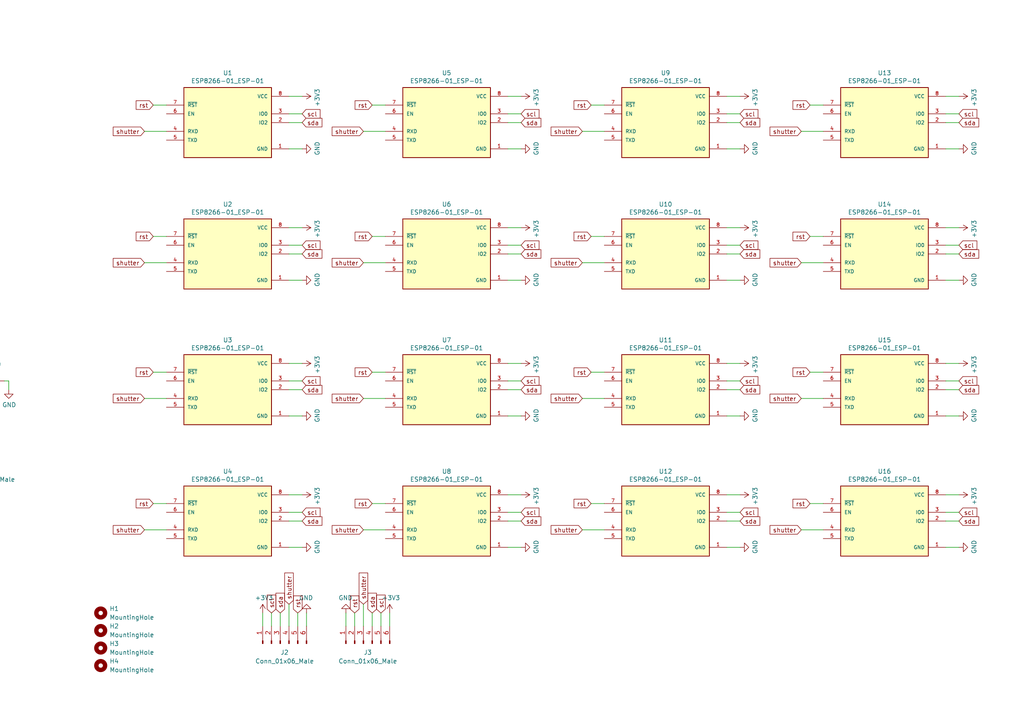
<source format=kicad_sch>
(kicad_sch (version 20211123) (generator eeschema)
  (paper "A4")
  (lib_symbols
    (symbol "Connector:Conn_01x02_Male" (pin_names (offset 1.016) hide)
      (property "Reference" "J" (at 0 2.54 0))
      (property "Value" "Conn_01x02_Male" (at 0 -5.08 0))
      (symbol "Conn_01x02_Male_1_1"
        (polyline (pts (xy 1.27 -2.54) (xy 0.8636 -2.54)) (stroke (width 0.1524)))
        (polyline (pts (xy 1.27 0) (xy 0.8636 0)) (stroke (width 0.1524)))
        (rectangle (start 0.8636 -2.413) (end 0 -2.667) (stroke (width 0.1524)) (fill (type outline)))
        (rectangle (start 0.8636 0.127) (end 0 -0.127) (stroke (width 0.1524)) (fill (type outline)))
        (pin passive line (at 5.08 0 180) (length 3.81) (name "Pin_1") (number "1"))
        (pin passive line (at 5.08 -2.54 180) (length 3.81) (name "Pin_2") (number "2"))
      )
    )
    (symbol "Connector:Conn_01x06_Male" (pin_names (offset 1.016) hide)
      (property "Reference" "J" (at 0 7.62 0))
      (property "Value" "Conn_01x06_Male" (at 0 -10.16 0))
      (symbol "Conn_01x06_Male_1_1"
        (polyline (pts (xy 1.27 -7.62) (xy 0.8636 -7.62)) (stroke (width 0.1524)))
        (polyline (pts (xy 1.27 -5.08) (xy 0.8636 -5.08)) (stroke (width 0.1524)))
        (polyline (pts (xy 1.27 -2.54) (xy 0.8636 -2.54)) (stroke (width 0.1524)))
        (polyline (pts (xy 1.27 0) (xy 0.8636 0)) (stroke (width 0.1524)))
        (polyline (pts (xy 1.27 2.54) (xy 0.8636 2.54)) (stroke (width 0.1524)))
        (polyline (pts (xy 1.27 5.08) (xy 0.8636 5.08)) (stroke (width 0.1524)))
        (rectangle (start 0.8636 -7.493) (end 0 -7.747) (stroke (width 0.1524)) (fill (type outline)))
        (rectangle (start 0.8636 -4.953) (end 0 -5.207) (stroke (width 0.1524)) (fill (type outline)))
        (rectangle (start 0.8636 -2.413) (end 0 -2.667) (stroke (width 0.1524)) (fill (type outline)))
        (rectangle (start 0.8636 0.127) (end 0 -0.127) (stroke (width 0.1524)) (fill (type outline)))
        (rectangle (start 0.8636 2.667) (end 0 2.413) (stroke (width 0.1524)) (fill (type outline)))
        (rectangle (start 0.8636 5.207) (end 0 4.953) (stroke (width 0.1524)) (fill (type outline)))
        (pin passive line (at 5.08 5.08 180) (length 3.81) (name "Pin_1") (number "1"))
        (pin passive line (at 5.08 2.54 180) (length 3.81) (name "Pin_2") (number "2"))
        (pin passive line (at 5.08 0 180) (length 3.81) (name "Pin_3") (number "3"))
        (pin passive line (at 5.08 -2.54 180) (length 3.81) (name "Pin_4") (number "4"))
        (pin passive line (at 5.08 -5.08 180) (length 3.81) (name "Pin_5") (number "5"))
        (pin passive line (at 5.08 -7.62 180) (length 3.81) (name "Pin_6") (number "6"))
      )
    )
    (symbol "Device:C" (pin_numbers hide) (pin_names (offset 0.254))
      (property "Reference" "C" (at 0.635 2.54 0))
      (property "Value" "C" (at 0.635 -2.54 0))
      (symbol "C_0_1"
        (polyline (pts (xy -2.032 -0.762) (xy 2.032 -0.762)) (stroke (width 0.508)))
        (polyline (pts (xy -2.032 0.762) (xy 2.032 0.762)) (stroke (width 0.508)))
      )
      (symbol "C_1_1"
        (pin passive line (at 0 3.81 270) (length 2.794) (name "~") (number "1"))
        (pin passive line (at 0 -3.81 90) (length 2.794) (name "~") (number "2"))
      )
    )
    (symbol "Device:R" (pin_numbers hide) (pin_names (offset 0))
      (property "Reference" "R" (at 2.032 0 90))
      (property "Value" "R" (at 0 0 90))
      (symbol "R_0_1"
        (rectangle (start -1.016 -2.54) (end 1.016 2.54) (stroke (width 0.254)))
      )
      (symbol "R_1_1"
        (pin passive line (at 0 3.81 270) (length 1.27) (name "~") (number "1"))
        (pin passive line (at 0 -3.81 90) (length 1.27) (name "~") (number "2"))
      )
    )
    (symbol "ESP8266-01:ESP8266-01_ESP-01" (pin_names (offset 1.016))
      (property "Reference" "U" (at -12.7 10.668 0))
      (property "Value" "ESP8266-01_ESP8266-01_ESP-01" (at -12.7254 -12.7254 0))
      (symbol "ESP8266-01_ESP-01_0_0"
        (rectangle (start -12.7 -10.16) (end 12.7 10.16) (stroke (width 0.254)) (fill (type background)))
        (pin power_in line (at 17.78 -7.62 180) (length 5.08) (name "GND") (number "1"))
        (pin bidirectional line (at 17.78 0 180) (length 5.08) (name "IO2") (number "2"))
        (pin bidirectional line (at 17.78 2.54 180) (length 5.08) (name "IO0") (number "3"))
        (pin input line (at -17.78 -2.54 0) (length 5.08) (name "RXD") (number "4"))
        (pin output line (at -17.78 -5.08 0) (length 5.08) (name "TXD") (number "5"))
        (pin input line (at -17.78 2.54 0) (length 5.08) (name "EN") (number "6"))
        (pin input line (at -17.78 5.08 0) (length 5.08) (name "~{RST}") (number "7"))
        (pin power_in line (at 17.78 7.62 180) (length 5.08) (name "VCC") (number "8"))
      )
    )
    (symbol "Mechanical:MountingHole" (pin_names (offset 1.016))
      (property "Reference" "H" (at 0 5.08 0))
      (property "Value" "MountingHole" (at 0 3.175 0))
      (symbol "MountingHole_0_1"
        (circle (center 0 0) (radius 1.27) (stroke (width 1.27)))
      )
    )
    (symbol "Switch:SW_Push" (pin_numbers hide) (pin_names (offset 1.016) hide)
      (property "Reference" "SW" (at 1.27 2.54 0))
      (property "Value" "SW_Push" (at 0 -1.524 0))
      (symbol "SW_Push_0_1"
        (circle (center -2.032 0) (radius 0.508))
        (polyline (pts (xy 0 1.27) (xy 0 3.048)))
        (polyline (pts (xy 2.54 1.27) (xy -2.54 1.27)))
        (circle (center 2.032 0) (radius 0.508))
        (pin passive line (at -5.08 0 0) (length 2.54) (name "1") (number "1"))
        (pin passive line (at 5.08 0 180) (length 2.54) (name "2") (number "2"))
      )
    )
    (symbol "power:+3.3V" (power) (pin_names (offset 0))
      (property "Value" "+3.3V" (at 0 3.556 0))
      (symbol "+3.3V_0_1"
        (polyline (pts (xy -0.762 1.27) (xy 0 2.54)))
        (polyline (pts (xy 0 0) (xy 0 2.54)))
        (polyline (pts (xy 0 2.54) (xy 0.762 1.27)))
      )
      (symbol "+3.3V_1_1"
        (pin power_in line (at 0 0 90) (length 0) hide (name "+3V3") (number "1"))
      )
    )
    (symbol "power:GND" (power) (pin_names (offset 0))
      (property "Value" "GND" (at 0 -3.81 0))
      (symbol "GND_0_1"
        (polyline (pts (xy 0 0) (xy 0 -1.27) (xy 1.27 -1.27) (xy 0 -2.54) (xy -1.27 -1.27) (xy 0 -1.27)))
      )
      (symbol "GND_1_1"
        (pin power_in line (at 0 0 270) (length 0) hide (name "GND") (number "1"))
      )
    )
  )
  (junction (at -12.7 110.49))
  (wire (pts (xy 168.91 76.2) (xy 175.26 76.2)))
  (wire (pts (xy 210.82 148.59) (xy 214.63 148.59)))
  (wire (pts (xy 87.63 43.18) (xy 83.82 43.18)))
  (wire (pts (xy 107.95 68.58) (xy 111.76 68.58)))
  (wire (pts (xy 76.2 177.8) (xy 76.2 181.61)))
  (wire (pts (xy 151.13 105.41) (xy 147.32 105.41)))
  (wire (pts (xy 87.63 143.51) (xy 83.82 143.51)))
  (wire (pts (xy 151.13 158.75) (xy 147.32 158.75)))
  (wire (pts (xy -13.97 73.66) (xy -13.97 77.47)))
  (wire (pts (xy 278.13 66.04) (xy 274.32 66.04)))
  (wire (pts (xy 151.13 143.51) (xy 147.32 143.51)))
  (wire (pts (xy 210.82 71.12) (xy 214.63 71.12)))
  (wire (pts (xy 87.63 27.94) (xy 83.82 27.94)))
  (wire (pts (xy 210.82 33.02) (xy 214.63 33.02)))
  (wire (pts (xy 78.74 181.61) (xy 78.74 177.8)))
  (wire (pts (xy 107.95 30.48) (xy 111.76 30.48)))
  (wire (pts (xy 147.32 148.59) (xy 151.13 148.59)))
  (wire (pts (xy -21.59 60.96) (xy -21.59 66.04)))
  (wire (pts (xy 214.63 81.28) (xy 210.82 81.28)))
  (wire (pts (xy 214.63 27.94) (xy 210.82 27.94)))
  (wire (pts (xy 102.87 177.8) (xy 102.87 181.61)))
  (wire (pts (xy 274.32 148.59) (xy 278.13 148.59)))
  (wire (pts (xy 151.13 151.13) (xy 147.32 151.13)))
  (wire (pts (xy 44.45 68.58) (xy 48.26 68.58)))
  (wire (pts (xy 41.91 153.67) (xy 48.26 153.67)))
  (wire (pts (xy 87.63 105.41) (xy 83.82 105.41)))
  (wire (pts (xy 214.63 73.66) (xy 210.82 73.66)))
  (wire (pts (xy 105.41 38.1) (xy 111.76 38.1)))
  (wire (pts (xy 210.82 110.49) (xy 214.63 110.49)))
  (wire (pts (xy 168.91 115.57) (xy 175.26 115.57)))
  (wire (pts (xy 41.91 115.57) (xy 48.26 115.57)))
  (wire (pts (xy 171.45 68.58) (xy 175.26 68.58)))
  (wire (pts (xy 107.95 146.05) (xy 111.76 146.05)))
  (wire (pts (xy 278.13 27.94) (xy 274.32 27.94)))
  (wire (pts (xy 44.45 30.48) (xy 48.26 30.48)))
  (wire (pts (xy 278.13 113.03) (xy 274.32 113.03)))
  (wire (pts (xy -11.43 39.37) (xy -11.43 35.56)))
  (wire (pts (xy -13.97 129.54) (xy -13.97 133.35)))
  (wire (pts (xy 107.95 107.95) (xy 111.76 107.95)))
  (wire (pts (xy 278.13 81.28) (xy 274.32 81.28)))
  (wire (pts (xy 105.41 175.26) (xy 105.41 181.61)))
  (wire (pts (xy 234.95 146.05) (xy 238.76 146.05)))
  (wire (pts (xy 110.49 181.61) (xy 110.49 177.8)))
  (wire (pts (xy 87.63 35.56) (xy 83.82 35.56)))
  (wire (pts (xy 214.63 105.41) (xy 210.82 105.41)))
  (wire (pts (xy 214.63 151.13) (xy 210.82 151.13)))
  (wire (pts (xy 147.32 71.12) (xy 151.13 71.12)))
  (wire (pts (xy 44.45 107.95) (xy 48.26 107.95)))
  (wire (pts (xy 151.13 27.94) (xy 147.32 27.94)))
  (wire (pts (xy 232.41 153.67) (xy 238.76 153.67)))
  (wire (pts (xy 83.82 33.02) (xy 87.63 33.02)))
  (wire (pts (xy 105.41 76.2) (xy 111.76 76.2)))
  (wire (pts (xy 214.63 143.51) (xy 210.82 143.51)))
  (wire (pts (xy -6.35 60.96) (xy -6.35 66.04)))
  (wire (pts (xy 278.13 151.13) (xy 274.32 151.13)))
  (wire (pts (xy -6.35 73.66) (xy -6.35 77.47)))
  (wire (pts (xy 171.45 107.95) (xy 175.26 107.95)))
  (wire (pts (xy 87.63 120.65) (xy 83.82 120.65)))
  (wire (pts (xy 214.63 43.18) (xy 210.82 43.18)))
  (wire (pts (xy 168.91 38.1) (xy 175.26 38.1)))
  (wire (pts (xy 83.82 148.59) (xy 87.63 148.59)))
  (wire (pts (xy -12.7 110.49) (xy -8.89 110.49)))
  (wire (pts (xy 151.13 120.65) (xy 147.32 120.65)))
  (wire (pts (xy 278.13 43.18) (xy 274.32 43.18)))
  (wire (pts (xy 87.63 81.28) (xy 83.82 81.28)))
  (wire (pts (xy -11.43 24.13) (xy -11.43 27.94)))
  (wire (pts (xy 278.13 120.65) (xy 274.32 120.65)))
  (wire (pts (xy 278.13 158.75) (xy 274.32 158.75)))
  (wire (pts (xy 278.13 143.51) (xy 274.32 143.51)))
  (wire (pts (xy 83.82 71.12) (xy 87.63 71.12)))
  (wire (pts (xy 234.95 68.58) (xy 238.76 68.58)))
  (wire (pts (xy 147.32 110.49) (xy 151.13 110.49)))
  (wire (pts (xy 214.63 120.65) (xy 210.82 120.65)))
  (wire (pts (xy 2.54 110.49) (xy 1.27 110.49)))
  (wire (pts (xy 214.63 158.75) (xy 210.82 158.75)))
  (wire (pts (xy 151.13 66.04) (xy 147.32 66.04)))
  (wire (pts (xy 41.91 76.2) (xy 48.26 76.2)))
  (wire (pts (xy 232.41 115.57) (xy 238.76 115.57)))
  (wire (pts (xy 87.63 113.03) (xy 83.82 113.03)))
  (wire (pts (xy -21.59 77.47) (xy -21.59 73.66)))
  (wire (pts (xy 86.36 177.8) (xy 86.36 181.61)))
  (wire (pts (xy 274.32 71.12) (xy 278.13 71.12)))
  (wire (pts (xy 151.13 113.03) (xy 147.32 113.03)))
  (wire (pts (xy 81.28 177.8) (xy 81.28 181.61)))
  (wire (pts (xy 105.41 153.67) (xy 111.76 153.67)))
  (wire (pts (xy 107.95 177.8) (xy 107.95 181.61)))
  (wire (pts (xy -12.7 101.6) (xy -12.7 96.52)))
  (wire (pts (xy 151.13 43.18) (xy 147.32 43.18)))
  (wire (pts (xy 87.63 73.66) (xy 83.82 73.66)))
  (wire (pts (xy -12.7 113.03) (xy -12.7 110.49)))
  (wire (pts (xy 2.54 113.03) (xy 2.54 110.49)))
  (wire (pts (xy 41.91 38.1) (xy 48.26 38.1)))
  (wire (pts (xy 151.13 81.28) (xy 147.32 81.28)))
  (wire (pts (xy 87.63 66.04) (xy 83.82 66.04)))
  (wire (pts (xy -13.97 60.96) (xy -13.97 66.04)))
  (wire (pts (xy 105.41 115.57) (xy 111.76 115.57)))
  (wire (pts (xy 278.13 73.66) (xy 274.32 73.66)))
  (wire (pts (xy 83.82 110.49) (xy 87.63 110.49)))
  (wire (pts (xy 278.13 105.41) (xy 274.32 105.41)))
  (wire (pts (xy 232.41 76.2) (xy 238.76 76.2)))
  (wire (pts (xy 151.13 73.66) (xy 147.32 73.66)))
  (wire (pts (xy 168.91 153.67) (xy 175.26 153.67)))
  (wire (pts (xy 278.13 35.56) (xy 274.32 35.56)))
  (wire (pts (xy 113.03 177.8) (xy 113.03 181.61)))
  (wire (pts (xy 232.41 38.1) (xy 238.76 38.1)))
  (wire (pts (xy -12.7 110.49) (xy -12.7 109.22)))
  (wire (pts (xy 44.45 146.05) (xy 48.26 146.05)))
  (wire (pts (xy 87.63 151.13) (xy 83.82 151.13)))
  (wire (pts (xy 234.95 107.95) (xy 238.76 107.95)))
  (wire (pts (xy 171.45 146.05) (xy 175.26 146.05)))
  (wire (pts (xy 147.32 33.02) (xy 151.13 33.02)))
  (wire (pts (xy 151.13 35.56) (xy 147.32 35.56)))
  (wire (pts (xy 87.63 158.75) (xy 83.82 158.75)))
  (wire (pts (xy 214.63 35.56) (xy 210.82 35.56)))
  (wire (pts (xy 83.82 175.26) (xy 83.82 181.61)))
  (wire (pts (xy -16.51 129.54) (xy -16.51 133.35)))
  (wire (pts (xy 274.32 110.49) (xy 278.13 110.49)))
  (wire (pts (xy 274.32 33.02) (xy 278.13 33.02)))
  (wire (pts (xy 100.33 177.8) (xy 100.33 181.61)))
  (wire (pts (xy 234.95 30.48) (xy 238.76 30.48)))
  (wire (pts (xy 88.9 177.8) (xy 88.9 181.61)))
  (wire (pts (xy 214.63 66.04) (xy 210.82 66.04)))
  (wire (pts (xy 214.63 113.03) (xy 210.82 113.03)))
  (wire (pts (xy 171.45 30.48) (xy 175.26 30.48)))
  (global_label "sda" (shape input) (at 214.63 73.66 0) (property "Intersheet References" "${INTERSHEET_REFS}" (effects hide)))
  (global_label "shutter" (shape input) (at 168.91 76.2 180) (property "Intersheet References" "${INTERSHEET_REFS}" (effects hide)))
  (global_label "shutter" (shape input) (at 105.41 153.67 180) (property "Intersheet References" "${INTERSHEET_REFS}" (effects hide)))
  (global_label "shutter" (shape input) (at 41.91 38.1 180) (property "Intersheet References" "${INTERSHEET_REFS}" (effects hide)))
  (global_label "shutter" (shape input) (at 41.91 115.57 180) (property "Intersheet References" "${INTERSHEET_REFS}" (effects hide)))
  (global_label "scl" (shape input) (at 214.63 110.49 0) (property "Intersheet References" "${INTERSHEET_REFS}" (effects hide)))
  (global_label "rst" (shape input) (at 44.45 107.95 180) (property "Intersheet References" "${INTERSHEET_REFS}" (effects hide)))
  (global_label "scl" (shape input) (at 214.63 71.12 0) (property "Intersheet References" "${INTERSHEET_REFS}" (effects hide)))
  (global_label "shutter" (shape input) (at 105.41 76.2 180) (property "Intersheet References" "${INTERSHEET_REFS}" (effects hide)))
  (global_label "shutter" (shape input) (at 168.91 153.67 180) (property "Intersheet References" "${INTERSHEET_REFS}" (effects hide)))
  (global_label "shutter" (shape input) (at 232.41 76.2 180) (property "Intersheet References" "${INTERSHEET_REFS}" (effects hide)))
  (global_label "sda" (shape input) (at 81.28 177.8 90) (property "Intersheet References" "${INTERSHEET_REFS}" (effects hide)))
  (global_label "sda" (shape input) (at 214.63 113.03 0) (property "Intersheet References" "${INTERSHEET_REFS}" (effects hide)))
  (global_label "sda" (shape input) (at 151.13 73.66 0) (property "Intersheet References" "${INTERSHEET_REFS}" (effects hide)))
  (global_label "rst" (shape input) (at 107.95 107.95 180) (property "Intersheet References" "${INTERSHEET_REFS}" (effects hide)))
  (global_label "rst" (shape input) (at 102.87 177.8 90) (property "Intersheet References" "${INTERSHEET_REFS}" (effects hide)))
  (global_label "scl" (shape input) (at 278.13 148.59 0) (property "Intersheet References" "${INTERSHEET_REFS}" (effects hide)))
  (global_label "sda" (shape input) (at 87.63 151.13 0) (property "Intersheet References" "${INTERSHEET_REFS}" (effects hide)))
  (global_label "rst" (shape input) (at 171.45 68.58 180) (property "Intersheet References" "${INTERSHEET_REFS}" (effects hide)))
  (global_label "rst" (shape input) (at 44.45 68.58 180) (property "Intersheet References" "${INTERSHEET_REFS}" (effects hide)))
  (global_label "shutter" (shape input) (at -6.35 77.47 270) (property "Intersheet References" "${INTERSHEET_REFS}" (effects hide)))
  (global_label "scl" (shape input) (at 78.74 177.8 90) (property "Intersheet References" "${INTERSHEET_REFS}" (effects hide)))
  (global_label "rst" (shape input) (at 234.95 30.48 180) (property "Intersheet References" "${INTERSHEET_REFS}" (effects hide)))
  (global_label "rst" (shape input) (at 107.95 30.48 180) (property "Intersheet References" "${INTERSHEET_REFS}" (effects hide)))
  (global_label "scl" (shape input) (at 87.63 148.59 0) (property "Intersheet References" "${INTERSHEET_REFS}" (effects hide)))
  (global_label "sda" (shape input) (at 87.63 73.66 0) (property "Intersheet References" "${INTERSHEET_REFS}" (effects hide)))
  (global_label "sda" (shape input) (at 151.13 113.03 0) (property "Intersheet References" "${INTERSHEET_REFS}" (effects hide)))
  (global_label "shutter" (shape input) (at 232.41 38.1 180) (property "Intersheet References" "${INTERSHEET_REFS}" (effects hide)))
  (global_label "rst" (shape input) (at 234.95 68.58 180) (property "Intersheet References" "${INTERSHEET_REFS}" (effects hide)))
  (global_label "rst" (shape input) (at -12.7 113.03 270) (property "Intersheet References" "${INTERSHEET_REFS}" (effects hide)))
  (global_label "sda" (shape input) (at 214.63 151.13 0) (property "Intersheet References" "${INTERSHEET_REFS}" (effects hide)))
  (global_label "sda" (shape input) (at -21.59 77.47 270) (property "Intersheet References" "${INTERSHEET_REFS}" (effects hide)))
  (global_label "rst" (shape input) (at 171.45 30.48 180) (property "Intersheet References" "${INTERSHEET_REFS}" (effects hide)))
  (global_label "scl" (shape input) (at 151.13 33.02 0) (property "Intersheet References" "${INTERSHEET_REFS}" (effects hide)))
  (global_label "rst" (shape input) (at 44.45 146.05 180) (property "Intersheet References" "${INTERSHEET_REFS}" (effects hide)))
  (global_label "sda" (shape input) (at 107.95 177.8 90) (property "Intersheet References" "${INTERSHEET_REFS}" (effects hide)))
  (global_label "scl" (shape input) (at 110.49 177.8 90) (property "Intersheet References" "${INTERSHEET_REFS}" (effects hide)))
  (global_label "scl" (shape input) (at 87.63 110.49 0) (property "Intersheet References" "${INTERSHEET_REFS}" (effects hide)))
  (global_label "shutter" (shape input) (at 105.41 115.57 180) (property "Intersheet References" "${INTERSHEET_REFS}" (effects hide)))
  (global_label "shutter" (shape input) (at 105.41 38.1 180) (property "Intersheet References" "${INTERSHEET_REFS}" (effects hide)))
  (global_label "sda" (shape input) (at 214.63 35.56 0) (property "Intersheet References" "${INTERSHEET_REFS}" (effects hide)))
  (global_label "shutter" (shape input) (at 168.91 115.57 180) (property "Intersheet References" "${INTERSHEET_REFS}" (effects hide)))
  (global_label "sda" (shape input) (at 151.13 151.13 0) (property "Intersheet References" "${INTERSHEET_REFS}" (effects hide)))
  (global_label "shutter" (shape input) (at 105.41 175.26 90) (property "Intersheet References" "${INTERSHEET_REFS}" (effects hide)))
  (global_label "shutter" (shape input) (at 41.91 76.2 180) (property "Intersheet References" "${INTERSHEET_REFS}" (effects hide)))
  (global_label "scl" (shape input) (at 87.63 33.02 0) (property "Intersheet References" "${INTERSHEET_REFS}" (effects hide)))
  (global_label "sda" (shape input) (at 87.63 35.56 0) (property "Intersheet References" "${INTERSHEET_REFS}" (effects hide)))
  (global_label "rst" (shape input) (at 171.45 107.95 180) (property "Intersheet References" "${INTERSHEET_REFS}" (effects hide)))
  (global_label "scl" (shape input) (at 151.13 110.49 0) (property "Intersheet References" "${INTERSHEET_REFS}" (effects hide)))
  (global_label "scl" (shape input) (at 278.13 71.12 0) (property "Intersheet References" "${INTERSHEET_REFS}" (effects hide)))
  (global_label "scl" (shape input) (at 278.13 110.49 0) (property "Intersheet References" "${INTERSHEET_REFS}" (effects hide)))
  (global_label "rst" (shape input) (at 234.95 107.95 180) (property "Intersheet References" "${INTERSHEET_REFS}" (effects hide)))
  (global_label "scl" (shape input) (at 214.63 148.59 0) (property "Intersheet References" "${INTERSHEET_REFS}" (effects hide)))
  (global_label "scl" (shape input) (at -13.97 77.47 270) (property "Intersheet References" "${INTERSHEET_REFS}" (effects hide)))
  (global_label "scl" (shape input) (at 214.63 33.02 0) (property "Intersheet References" "${INTERSHEET_REFS}" (effects hide)))
  (global_label "shutter" (shape input) (at 41.91 153.67 180) (property "Intersheet References" "${INTERSHEET_REFS}" (effects hide)))
  (global_label "shutter" (shape input) (at 168.91 38.1 180) (property "Intersheet References" "${INTERSHEET_REFS}" (effects hide)))
  (global_label "scl" (shape input) (at 87.63 71.12 0) (property "Intersheet References" "${INTERSHEET_REFS}" (effects hide)))
  (global_label "scl" (shape input) (at 151.13 148.59 0) (property "Intersheet References" "${INTERSHEET_REFS}" (effects hide)))
  (global_label "sda" (shape input) (at 278.13 35.56 0) (property "Intersheet References" "${INTERSHEET_REFS}" (effects hide)))
  (global_label "sda" (shape input) (at 278.13 151.13 0) (property "Intersheet References" "${INTERSHEET_REFS}" (effects hide)))
  (global_label "scl" (shape input) (at 151.13 71.12 0) (property "Intersheet References" "${INTERSHEET_REFS}" (effects hide)))
  (global_label "sda" (shape input) (at 278.13 73.66 0) (property "Intersheet References" "${INTERSHEET_REFS}" (effects hide)))
  (global_label "sda" (shape input) (at 151.13 35.56 0) (property "Intersheet References" "${INTERSHEET_REFS}" (effects hide)))
  (global_label "shutter" (shape input) (at 232.41 115.57 180) (property "Intersheet References" "${INTERSHEET_REFS}" (effects hide)))
  (global_label "rst" (shape input) (at 44.45 30.48 180) (property "Intersheet References" "${INTERSHEET_REFS}" (effects hide)))
  (global_label "shutter" (shape input) (at 232.41 153.67 180) (property "Intersheet References" "${INTERSHEET_REFS}" (effects hide)))
  (global_label "sda" (shape input) (at 278.13 113.03 0) (property "Intersheet References" "${INTERSHEET_REFS}" (effects hide)))
  (global_label "rst" (shape input) (at 107.95 146.05 180) (property "Intersheet References" "${INTERSHEET_REFS}" (effects hide)))
  (global_label "rst" (shape input) (at 171.45 146.05 180) (property "Intersheet References" "${INTERSHEET_REFS}" (effects hide)))
  (global_label "rst" (shape input) (at 107.95 68.58 180) (property "Intersheet References" "${INTERSHEET_REFS}" (effects hide)))
  (global_label "scl" (shape input) (at 278.13 33.02 0) (property "Intersheet References" "${INTERSHEET_REFS}" (effects hide)))
  (global_label "sda" (shape input) (at 87.63 113.03 0) (property "Intersheet References" "${INTERSHEET_REFS}" (effects hide)))
  (global_label "rst" (shape input) (at 234.95 146.05 180) (property "Intersheet References" "${INTERSHEET_REFS}" (effects hide)))
  (global_label "shutter" (shape input) (at 83.82 175.26 90) (property "Intersheet References" "${INTERSHEET_REFS}" (effects hide)))
  (global_label "rst" (shape input) (at 86.36 177.8 90) (property "Intersheet References" "${INTERSHEET_REFS}" (effects hide)))
  (symbol (lib_id "Device:C") (at -11.43 31.75 0) (unit 1)
    (property "Reference" "C4" (at -8.509 30.5816 0) (effects (justify left)))
    (property "Value" "100nF" (at -8.509 32.893 0) (effects (justify left)))
    (property "Footprint" "Capacitor_SMD:C_0805_2012Metric" (effects hide))
  )
  (symbol (lib_id "power:+3.3V") (at -11.43 24.13 0) (unit 1)
    (property "Reference" "#PWR0107" (effects hide))
    (property "Value" "+3.3V" (at -11.049 19.7358 0))
  )
  (symbol (lib_id "power:GND") (at -11.43 39.37 0) (unit 1)
    (property "Reference" "#PWR0108" (effects hide))
    (property "Value" "GND" (at -11.303 43.7642 0))
  )
  (symbol (lib_id "ESP8266-01:ESP8266-01_ESP-01") (at 66.04 35.56 0) (unit 1)
    (property "Reference" "U1" (at 66.04 21.1582 0))
    (property "Value" "ESP8266-01_ESP-01" (at 66.04 23.4696 0))
    (property "Footprint" "KiCad:XCVR_ESP8266-01_ESP-01" (effects hide))
    (property "MAXIMUM_PACKAGE_HEIGHT" "11.2 mm" (effects hide))
    (property "PARTREV" "V1.2" (effects hide))
    (property "STANDARD" "Manufacturer recommendations or IPC 7351B" (effects hide))
    (property "MANUFACTURER" "AI-Thinker" (effects hide))
  )
  (symbol (lib_id "power:GND") (at 87.63 43.18 90) (unit 1)
    (property "Reference" "#PWR0125" (effects hide))
    (property "Value" "GND" (at 92.0242 43.053 0))
  )
  (symbol (lib_id "power:+3.3V") (at 87.63 27.94 270) (unit 1)
    (property "Reference" "#PWR0132" (effects hide))
    (property "Value" "+3.3V" (at 92.0242 28.321 0))
  )
  (symbol (lib_id "Device:R") (at -12.7 105.41 180) (unit 1)
    (property "Reference" "R1" (at -14.478 106.5784 0) (effects (justify left)))
    (property "Value" "1k" (at -14.478 104.267 0) (effects (justify left)))
    (property "Footprint" "Resistor_THT:R_Axial_DIN0309_L9.0mm_D3.2mm_P12.70mm_Horizontal" (effects hide))
  )
  (symbol (lib_id "power:GND") (at 87.63 158.75 90) (unit 1)
    (property "Reference" "#PWR0126" (effects hide))
    (property "Value" "GND" (at 92.0242 158.623 0))
  )
  (symbol (lib_id "Device:R") (at -21.59 69.85 0) (unit 1)
    (property "Reference" "R2" (at -19.812 68.6816 0) (effects (justify left)))
    (property "Value" "4k7" (at -20.32 71.12 0) (effects (justify left)))
    (property "Footprint" "Resistor_THT:R_Axial_DIN0309_L9.0mm_D3.2mm_P12.70mm_Horizontal" (effects hide))
  )
  (symbol (lib_id "power:+3.3V") (at 151.13 105.41 270) (unit 1)
    (property "Reference" "#PWR0153" (effects hide))
    (property "Value" "+3.3V" (at 155.5242 105.791 0))
  )
  (symbol (lib_id "Connector:Conn_01x06_Male") (at 81.28 186.69 90) (unit 1)
    (property "Reference" "J2" (at 82.55 189.23 90))
    (property "Value" "Conn_01x06_Male" (at 82.55 191.77 90))
    (property "Footprint" "Connector_JST:JST_EH_B6B-EH-A_1x06_P2.50mm_Vertical" (effects hide))
  )
  (symbol (lib_id "power:+3.3V") (at 151.13 143.51 270) (unit 1)
    (property "Reference" "#PWR0150" (effects hide))
    (property "Value" "+3.3V" (at 155.5242 143.891 0))
  )
  (symbol (lib_id "power:+3.3V") (at 278.13 66.04 270) (unit 1)
    (property "Reference" "#PWR0163" (effects hide))
    (property "Value" "+3.3V" (at 282.5242 66.421 0))
  )
  (symbol (lib_id "power:GND") (at 278.13 158.75 90) (unit 1)
    (property "Reference" "#PWR0138" (effects hide))
    (property "Value" "GND" (at 282.5242 158.623 0))
  )
  (symbol (lib_id "ESP8266-01:ESP8266-01_ESP-01") (at 256.54 35.56 0) (unit 1)
    (property "Reference" "U13" (at 256.54 21.1582 0))
    (property "Value" "ESP8266-01_ESP-01" (at 256.54 23.4696 0))
    (property "Footprint" "KiCad:XCVR_ESP8266-01_ESP-01" (effects hide))
    (property "MAXIMUM_PACKAGE_HEIGHT" "11.2 mm" (effects hide))
    (property "PARTREV" "V1.2" (effects hide))
    (property "STANDARD" "Manufacturer recommendations or IPC 7351B" (effects hide))
    (property "MANUFACTURER" "AI-Thinker" (effects hide))
  )
  (symbol (lib_id "power:GND") (at 151.13 81.28 90) (unit 1)
    (property "Reference" "#PWR0159" (effects hide))
    (property "Value" "GND" (at 155.5242 81.153 0))
  )
  (symbol (lib_id "power:+3.3V") (at 214.63 105.41 270) (unit 1)
    (property "Reference" "#PWR0161" (effects hide))
    (property "Value" "+3.3V" (at 219.0242 105.791 0))
  )
  (symbol (lib_id "ESP8266-01:ESP8266-01_ESP-01") (at 193.04 151.13 0) (unit 1)
    (property "Reference" "U12" (at 193.04 136.7282 0))
    (property "Value" "ESP8266-01_ESP-01" (at 193.04 139.0396 0))
    (property "Footprint" "KiCad:XCVR_ESP8266-01_ESP-01" (effects hide))
    (property "MAXIMUM_PACKAGE_HEIGHT" "11.2 mm" (effects hide))
    (property "PARTREV" "V1.2" (effects hide))
    (property "STANDARD" "Manufacturer recommendations or IPC 7351B" (effects hide))
    (property "MANUFACTURER" "AI-Thinker" (effects hide))
  )
  (symbol (lib_id "power:GND") (at 214.63 81.28 90) (unit 1)
    (property "Reference" "#PWR0162" (effects hide))
    (property "Value" "GND" (at 219.0242 81.153 0))
  )
  (symbol (lib_id "power:+3.3V") (at -13.97 60.96 0) (unit 1)
    (property "Reference" "#PWR0110" (effects hide))
    (property "Value" "+3.3V" (at -13.589 56.5658 0))
  )
  (symbol (lib_id "power:GND") (at 151.13 158.75 90) (unit 1)
    (property "Reference" "#PWR0151" (effects hide))
    (property "Value" "GND" (at 155.5242 158.623 0))
  )
  (symbol (lib_id "power:GND") (at 278.13 43.18 90) (unit 1)
    (property "Reference" "#PWR0164" (effects hide))
    (property "Value" "GND" (at 282.5242 43.053 0))
  )
  (symbol (lib_id "ESP8266-01:ESP8266-01_ESP-01") (at 193.04 35.56 0) (unit 1)
    (property "Reference" "U9" (at 193.04 21.1582 0))
    (property "Value" "ESP8266-01_ESP-01" (at 193.04 23.4696 0))
    (property "Footprint" "KiCad:XCVR_ESP8266-01_ESP-01" (effects hide))
    (property "MAXIMUM_PACKAGE_HEIGHT" "11.2 mm" (effects hide))
    (property "PARTREV" "V1.2" (effects hide))
    (property "STANDARD" "Manufacturer recommendations or IPC 7351B" (effects hide))
    (property "MANUFACTURER" "AI-Thinker" (effects hide))
  )
  (symbol (lib_id "power:+3.3V") (at 87.63 105.41 270) (unit 1)
    (property "Reference" "#PWR0134" (effects hide))
    (property "Value" "+3.3V" (at 92.0242 105.791 0))
  )
  (symbol (lib_id "power:GND") (at 214.63 43.18 90) (unit 1)
    (property "Reference" "#PWR0143" (effects hide))
    (property "Value" "GND" (at 219.0242 43.053 0))
  )
  (symbol (lib_id "power:+3.3V") (at 87.63 66.04 270) (unit 1)
    (property "Reference" "#PWR0128" (effects hide))
    (property "Value" "+3.3V" (at 92.0242 66.421 0))
  )
  (symbol (lib_id "power:+3.3V") (at 151.13 27.94 270) (unit 1)
    (property "Reference" "#PWR0149" (effects hide))
    (property "Value" "+3.3V" (at 155.5242 28.321 0))
  )
  (symbol (lib_id "power:GND") (at 278.13 120.65 90) (unit 1)
    (property "Reference" "#PWR0142" (effects hide))
    (property "Value" "GND" (at 282.5242 120.523 0))
  )
  (symbol (lib_id "power:GND") (at 2.54 113.03 0) (unit 1)
    (property "Reference" "#PWR0113" (effects hide))
    (property "Value" "GND" (at 2.667 117.4242 0))
  )
  (symbol (lib_id "power:+3.3V") (at -12.7 96.52 0) (unit 1)
    (property "Reference" "#PWR0112" (effects hide))
    (property "Value" "+3.3V" (at -12.319 92.1258 0))
  )
  (symbol (lib_id "power:+3.3V") (at 151.13 66.04 270) (unit 1)
    (property "Reference" "#PWR0160" (effects hide))
    (property "Value" "+3.3V" (at 155.5242 66.421 0))
  )
  (symbol (lib_id "Device:R") (at -13.97 69.85 0) (unit 1)
    (property "Reference" "R3" (at -12.192 68.6816 0) (effects (justify left)))
    (property "Value" "4k7" (at -12.7 71.12 0) (effects (justify left)))
    (property "Footprint" "Resistor_THT:R_Axial_DIN0309_L9.0mm_D3.2mm_P12.70mm_Horizontal" (effects hide))
  )
  (symbol (lib_id "ESP8266-01:ESP8266-01_ESP-01") (at 66.04 151.13 0) (unit 1)
    (property "Reference" "U4" (at 66.04 136.7282 0))
    (property "Value" "ESP8266-01_ESP-01" (at 66.04 139.0396 0))
    (property "Footprint" "KiCad:XCVR_ESP8266-01_ESP-01" (effects hide))
    (property "MAXIMUM_PACKAGE_HEIGHT" "11.2 mm" (effects hide))
    (property "PARTREV" "V1.2" (effects hide))
    (property "STANDARD" "Manufacturer recommendations or IPC 7351B" (effects hide))
    (property "MANUFACTURER" "AI-Thinker" (effects hide))
  )
  (symbol (lib_id "power:+3.3V") (at 76.2 177.8 0) (unit 1)
    (property "Reference" "#PWR0130" (effects hide))
    (property "Value" "+3.3V" (at 76.581 173.4058 0))
  )
  (symbol (lib_id "power:GND") (at 151.13 120.65 90) (unit 1)
    (property "Reference" "#PWR0154" (effects hide))
    (property "Value" "GND" (at 155.5242 120.523 0))
  )
  (symbol (lib_id "ESP8266-01:ESP8266-01_ESP-01") (at 129.54 73.66 0) (unit 1)
    (property "Reference" "U6" (at 129.54 59.2582 0))
    (property "Value" "ESP8266-01_ESP-01" (at 129.54 61.5696 0))
    (property "Footprint" "KiCad:XCVR_ESP8266-01_ESP-01" (effects hide))
    (property "MAXIMUM_PACKAGE_HEIGHT" "11.2 mm" (effects hide))
    (property "PARTREV" "V1.2" (effects hide))
    (property "STANDARD" "Manufacturer recommendations or IPC 7351B" (effects hide))
    (property "MANUFACTURER" "AI-Thinker" (effects hide))
  )
  (symbol (lib_id "power:GND") (at 214.63 120.65 90) (unit 1)
    (property "Reference" "#PWR0157" (effects hide))
    (property "Value" "GND" (at 219.0242 120.523 0))
  )
  (symbol (lib_id "power:GND") (at -16.51 129.54 180) (unit 1)
    (property "Reference" "#PWR0170" (effects hide))
    (property "Value" "GND" (at -16.637 125.1458 0))
  )
  (symbol (lib_id "ESP8266-01:ESP8266-01_ESP-01") (at 193.04 73.66 0) (unit 1)
    (property "Reference" "U10" (at 193.04 59.2582 0))
    (property "Value" "ESP8266-01_ESP-01" (at 193.04 61.5696 0))
    (property "Footprint" "KiCad:XCVR_ESP8266-01_ESP-01" (effects hide))
    (property "MAXIMUM_PACKAGE_HEIGHT" "11.2 mm" (effects hide))
    (property "PARTREV" "V1.2" (effects hide))
    (property "STANDARD" "Manufacturer recommendations or IPC 7351B" (effects hide))
    (property "MANUFACTURER" "AI-Thinker" (effects hide))
  )
  (symbol (lib_id "power:+3.3V") (at -13.97 129.54 0) (unit 1)
    (property "Reference" "#PWR0171" (effects hide))
    (property "Value" "+3.3V" (at -13.589 125.1458 0))
  )
  (symbol (lib_id "ESP8266-01:ESP8266-01_ESP-01") (at 129.54 151.13 0) (unit 1)
    (property "Reference" "U8" (at 129.54 136.7282 0))
    (property "Value" "ESP8266-01_ESP-01" (at 129.54 139.0396 0))
    (property "Footprint" "KiCad:XCVR_ESP8266-01_ESP-01" (effects hide))
    (property "MAXIMUM_PACKAGE_HEIGHT" "11.2 mm" (effects hide))
    (property "PARTREV" "V1.2" (effects hide))
    (property "STANDARD" "Manufacturer recommendations or IPC 7351B" (effects hide))
    (property "MANUFACTURER" "AI-Thinker" (effects hide))
  )
  (symbol (lib_id "power:+3.3V") (at 278.13 105.41 270) (unit 1)
    (property "Reference" "#PWR0141" (effects hide))
    (property "Value" "+3.3V" (at 282.5242 105.791 0))
  )
  (symbol (lib_id "Device:R") (at -6.35 69.85 0) (unit 1)
    (property "Reference" "R4" (at -4.572 68.6816 0) (effects (justify left)))
    (property "Value" "4k7" (at -5.08 71.12 0) (effects (justify left)))
    (property "Footprint" "Resistor_THT:R_Axial_DIN0309_L9.0mm_D3.2mm_P12.70mm_Horizontal" (effects hide))
  )
  (symbol (lib_id "ESP8266-01:ESP8266-01_ESP-01") (at 193.04 113.03 0) (unit 1)
    (property "Reference" "U11" (at 193.04 98.6282 0))
    (property "Value" "ESP8266-01_ESP-01" (at 193.04 100.9396 0))
    (property "Footprint" "KiCad:XCVR_ESP8266-01_ESP-01" (effects hide))
    (property "MAXIMUM_PACKAGE_HEIGHT" "11.2 mm" (effects hide))
    (property "PARTREV" "V1.2" (effects hide))
    (property "STANDARD" "Manufacturer recommendations or IPC 7351B" (effects hide))
    (property "MANUFACTURER" "AI-Thinker" (effects hide))
  )
  (symbol (lib_id "ESP8266-01:ESP8266-01_ESP-01") (at 256.54 151.13 0) (unit 1)
    (property "Reference" "U16" (at 256.54 136.7282 0))
    (property "Value" "ESP8266-01_ESP-01" (at 256.54 139.0396 0))
    (property "Footprint" "KiCad:XCVR_ESP8266-01_ESP-01" (effects hide))
    (property "MAXIMUM_PACKAGE_HEIGHT" "11.2 mm" (effects hide))
    (property "PARTREV" "V1.2" (effects hide))
    (property "STANDARD" "Manufacturer recommendations or IPC 7351B" (effects hide))
    (property "MANUFACTURER" "AI-Thinker" (effects hide))
  )
  (symbol (lib_id "ESP8266-01:ESP8266-01_ESP-01") (at 256.54 73.66 0) (unit 1)
    (property "Reference" "U14" (at 256.54 59.2582 0))
    (property "Value" "ESP8266-01_ESP-01" (at 256.54 61.5696 0))
    (property "Footprint" "KiCad:XCVR_ESP8266-01_ESP-01" (effects hide))
    (property "MAXIMUM_PACKAGE_HEIGHT" "11.2 mm" (effects hide))
    (property "PARTREV" "V1.2" (effects hide))
    (property "STANDARD" "Manufacturer recommendations or IPC 7351B" (effects hide))
    (property "MANUFACTURER" "AI-Thinker" (effects hide))
  )
  (symbol (lib_id "power:+3.3V") (at -21.59 60.96 0) (unit 1)
    (property "Reference" "#PWR0109" (effects hide))
    (property "Value" "+3.3V" (at -21.209 56.5658 0))
  )
  (symbol (lib_id "ESP8266-01:ESP8266-01_ESP-01") (at 129.54 113.03 0) (unit 1)
    (property "Reference" "U7" (at 129.54 98.6282 0))
    (property "Value" "ESP8266-01_ESP-01" (at 129.54 100.9396 0))
    (property "Footprint" "KiCad:XCVR_ESP8266-01_ESP-01" (effects hide))
    (property "MAXIMUM_PACKAGE_HEIGHT" "11.2 mm" (effects hide))
    (property "PARTREV" "V1.2" (effects hide))
    (property "STANDARD" "Manufacturer recommendations or IPC 7351B" (effects hide))
    (property "MANUFACTURER" "AI-Thinker" (effects hide))
  )
  (symbol (lib_id "Connector:Conn_01x02_Male") (at -16.51 138.43 90) (unit 1)
    (property "Reference" "J1" (at -12.7 136.5249 90) (effects (justify right)))
    (property "Value" "Conn_01x02_Male" (at -12.7 139.0649 90) (effects (justify right)))
    (property "Footprint" "Connector_AMASS:AMASS_XT30PW-M_1x02_P2.50mm_Horizontal" (effects hide))
  )
  (symbol (lib_id "power:+3.3V") (at 214.63 27.94 270) (unit 1)
    (property "Reference" "#PWR0144" (effects hide))
    (property "Value" "+3.3V" (at 219.0242 28.321 0))
  )
  (symbol (lib_id "power:+3.3V") (at 278.13 143.51 270) (unit 1)
    (property "Reference" "#PWR0137" (effects hide))
    (property "Value" "+3.3V" (at 282.5242 143.891 0))
  )
  (symbol (lib_id "ESP8266-01:ESP8266-01_ESP-01") (at 66.04 73.66 0) (unit 1)
    (property "Reference" "U2" (at 66.04 59.2582 0))
    (property "Value" "ESP8266-01_ESP-01" (at 66.04 61.5696 0))
    (property "Footprint" "KiCad:XCVR_ESP8266-01_ESP-01" (effects hide))
    (property "MAXIMUM_PACKAGE_HEIGHT" "11.2 mm" (effects hide))
    (property "PARTREV" "V1.2" (effects hide))
    (property "STANDARD" "Manufacturer recommendations or IPC 7351B" (effects hide))
    (property "MANUFACTURER" "AI-Thinker" (effects hide))
  )
  (symbol (lib_id "Mechanical:MountingHole") (at 29.21 187.96 0) (unit 1)
    (property "Reference" "H3" (at 31.75 186.6899 0) (effects (justify left)))
    (property "Value" "MountingHole" (at 31.75 189.2299 0) (effects (justify left)))
    (property "Footprint" "MountingHole:MountingHole_3.2mm_M3" (effects hide))
  )
  (symbol (lib_id "Mechanical:MountingHole") (at 29.21 193.04 0) (unit 1)
    (property "Reference" "H4" (at 31.75 191.7699 0) (effects (justify left)))
    (property "Value" "MountingHole" (at 31.75 194.3099 0) (effects (justify left)))
    (property "Footprint" "MountingHole:MountingHole_3.2mm_M3" (effects hide))
  )
  (symbol (lib_id "ESP8266-01:ESP8266-01_ESP-01") (at 256.54 113.03 0) (unit 1)
    (property "Reference" "U15" (at 256.54 98.6282 0))
    (property "Value" "ESP8266-01_ESP-01" (at 256.54 100.9396 0))
    (property "Footprint" "KiCad:XCVR_ESP8266-01_ESP-01" (effects hide))
    (property "MAXIMUM_PACKAGE_HEIGHT" "11.2 mm" (effects hide))
    (property "PARTREV" "V1.2" (effects hide))
    (property "STANDARD" "Manufacturer recommendations or IPC 7351B" (effects hide))
    (property "MANUFACTURER" "AI-Thinker" (effects hide))
  )
  (symbol (lib_id "Switch:SW_Push") (at -3.81 110.49 0) (unit 1)
    (property "Reference" "SW1" (at -3.81 102.87 0))
    (property "Value" "SW_Push" (at -3.81 105.41 0))
    (property "Footprint" "Button_Switch_THT:SW_PUSH_6mm" (effects hide))
  )
  (symbol (lib_id "power:GND") (at 151.13 43.18 90) (unit 1)
    (property "Reference" "#PWR0145" (effects hide))
    (property "Value" "GND" (at 155.5242 43.053 0))
  )
  (symbol (lib_id "power:+3.3V") (at 113.03 177.8 0) (unit 1)
    (property "Reference" "#PWR0118" (effects hide))
    (property "Value" "+3.3V" (at 113.411 173.4058 0))
  )
  (symbol (lib_id "power:+3.3V") (at 214.63 66.04 270) (unit 1)
    (property "Reference" "#PWR0146" (effects hide))
    (property "Value" "+3.3V" (at 219.0242 66.421 0))
  )
  (symbol (lib_id "power:+3.3V") (at 87.63 143.51 270) (unit 1)
    (property "Reference" "#PWR0127" (effects hide))
    (property "Value" "+3.3V" (at 92.0242 143.891 0))
  )
  (symbol (lib_id "power:GND") (at 100.33 177.8 180) (unit 1)
    (property "Reference" "#PWR0124" (effects hide))
    (property "Value" "GND" (at 100.203 173.4058 0))
  )
  (symbol (lib_id "ESP8266-01:ESP8266-01_ESP-01") (at 66.04 113.03 0) (unit 1)
    (property "Reference" "U3" (at 66.04 98.6282 0))
    (property "Value" "ESP8266-01_ESP-01" (at 66.04 100.9396 0))
    (property "Footprint" "KiCad:XCVR_ESP8266-01_ESP-01" (effects hide))
    (property "MAXIMUM_PACKAGE_HEIGHT" "11.2 mm" (effects hide))
    (property "PARTREV" "V1.2" (effects hide))
    (property "STANDARD" "Manufacturer recommendations or IPC 7351B" (effects hide))
    (property "MANUFACTURER" "AI-Thinker" (effects hide))
  )
  (symbol (lib_id "Connector:Conn_01x06_Male") (at 105.41 186.69 90) (unit 1)
    (property "Reference" "J3" (at 106.68 189.23 90))
    (property "Value" "Conn_01x06_Male" (at 106.68 191.77 90))
    (property "Footprint" "Connector_JST:JST_EH_B6B-EH-A_1x06_P2.50mm_Vertical" (effects hide))
  )
  (symbol (lib_id "power:+3.3V") (at 278.13 27.94 270) (unit 1)
    (property "Reference" "#PWR0165" (effects hide))
    (property "Value" "+3.3V" (at 282.5242 28.321 0))
  )
  (symbol (lib_id "power:GND") (at 214.63 158.75 90) (unit 1)
    (property "Reference" "#PWR0152" (effects hide))
    (property "Value" "GND" (at 219.0242 158.623 0))
  )
  (symbol (lib_id "Mechanical:MountingHole") (at 29.21 182.88 0) (unit 1)
    (property "Reference" "H2" (at 31.75 181.6099 0) (effects (justify left)))
    (property "Value" "MountingHole" (at 31.75 184.1499 0) (effects (justify left)))
    (property "Footprint" "MountingHole:MountingHole_3.2mm_M3" (effects hide))
  )
  (symbol (lib_id "power:+3.3V") (at 214.63 143.51 270) (unit 1)
    (property "Reference" "#PWR0156" (effects hide))
    (property "Value" "+3.3V" (at 219.0242 143.891 0))
  )
  (symbol (lib_id "power:GND") (at 278.13 81.28 90) (unit 1)
    (property "Reference" "#PWR0136" (effects hide))
    (property "Value" "GND" (at 282.5242 81.153 0))
  )
  (symbol (lib_id "power:GND") (at 88.9 177.8 180) (unit 1)
    (property "Reference" "#PWR0131" (effects hide))
    (property "Value" "GND" (at 88.773 173.4058 0))
  )
  (symbol (lib_id "Mechanical:MountingHole") (at 29.21 177.8 0) (unit 1)
    (property "Reference" "H1" (at 31.75 176.5299 0) (effects (justify left)))
    (property "Value" "MountingHole" (at 31.75 179.0699 0) (effects (justify left)))
    (property "Footprint" "MountingHole:MountingHole_3.2mm_M3" (effects hide))
  )
  (symbol (lib_id "power:GND") (at 87.63 81.28 90) (unit 1)
    (property "Reference" "#PWR0129" (effects hide))
    (property "Value" "GND" (at 92.0242 81.153 0))
  )
  (symbol (lib_id "power:GND") (at 87.63 120.65 90) (unit 1)
    (property "Reference" "#PWR0120" (effects hide))
    (property "Value" "GND" (at 92.0242 120.523 0))
  )
  (symbol (lib_id "power:+3.3V") (at -6.35 60.96 0) (unit 1)
    (property "Reference" "#PWR0111" (effects hide))
    (property "Value" "+3.3V" (at -5.969 56.5658 0))
  )
  (symbol (lib_id "ESP8266-01:ESP8266-01_ESP-01") (at 129.54 35.56 0) (unit 1)
    (property "Reference" "U5" (at 129.54 21.1582 0))
    (property "Value" "ESP8266-01_ESP-01" (at 129.54 23.4696 0))
    (property "Footprint" "KiCad:XCVR_ESP8266-01_ESP-01" (effects hide))
    (property "MAXIMUM_PACKAGE_HEIGHT" "11.2 mm" (effects hide))
    (property "PARTREV" "V1.2" (effects hide))
    (property "STANDARD" "Manufacturer recommendations or IPC 7351B" (effects hide))
    (property "MANUFACTURER" "AI-Thinker" (effects hide))
  )
)
</source>
